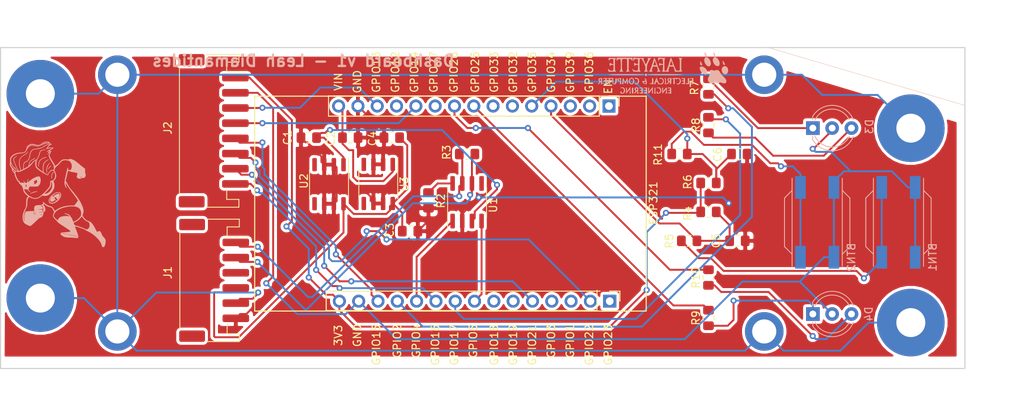
<source format=kicad_pcb>
(kicad_pcb (version 20171130) (host pcbnew "(5.1.4)-1")
  (layers (0 F.Cu signal) (31 B.Cu signal) (34 B.Paste user hide) (35 F.Paste user hide) (36 B.SilkS user) (37 F.SilkS user) (38 B.Mask user hide) (39 F.Mask user hide) (44 Edge.Cuts user))
  (net 0 "")
  (net 1 "Net-(D3-Pad1)")
  (net 2 /ESP_GND)
  (net 3 "Net-(D3-Pad3)")
  (net 4 "Net-(D4-Pad3)")
  (net 5 "Net-(D4-Pad1)")
  (net 6 /ESP_3V3)
  (net 7 /CS)
  (net 8 /~R1)
  (net 9 /BUSY)
  (net 10 /~G1)
  (net 11 /~R2)
  (net 12 /~G2)
  (net 13 /RST)
  (net 14 "Net-(ESP321-Pad27)")
  (net 15 "Net-(ESP321-Pad28)")
  (net 16 /DC)
  (net 17 "Net-(ESP321-Pad30)")
  (net 18 /DIN)
  (net 19 "Net-(ESP321-Pad12)")
  (net 20 /CLK)
  (net 21 "Net-(ESP321-Pad10)")
  (net 22 "Net-(ESP321-Pad7)")
  (net 23 "Net-(ESP321-Pad6)")
  (net 24 /BUTTON2)
  (net 25 /BUTTON1)
  (net 26 "Net-(ESP321-Pad3)")
  (net 27 "Net-(ESP321-Pad2)")
  (net 28 "Net-(ESP321-Pad1)")
  (net 29 /CANTX)
  (net 30 /GLV_RTN)
  (net 31 /GLV_5V)
  (net 32 /CANRX)
  (net 33 "Net-(U1-Pad5)")
  (net 34 /CAN_L)
  (net 35 /CAN_H)
  (net 36 /GLV_24V)
  (net 37 /ESP_BUTTON1)
  (net 38 /ESP_BUTTON2)
  (net 39 "Net-(R2-Pad2)")
  (net 40 "Net-(ESP321-Pad24)")
  (net 41 "Net-(ESP321-Pad25)")
  (net 42 /GLV_9V)
  (net 43 /CAN_SHIELD)
  (net 44 /CH_GND)
  (net 45 "Net-(U2-Pad5)")
  (net 46 "Net-(U2-Pad4)")
  (net 47 "Net-(U3-Pad4)")
  (net 48 "Net-(U3-Pad5)")
  (module Lafayette_Electric_Car_Footprints:2.9inEpaper (layer F.Cu) (at 81.25 68.55)
    (fp_text reference U4 hide)
    (fp_text value 2.9epaper)
    (pad 1 thru_hole circle (at 2.286 2.286) (size 5.08 5.08) (drill 3.175) (layers *.Cu *.Mask) (net 44 /CH_GND))
    (pad 1 thru_hole circle (at 87.376 2.286) (size 5.08 5.08) (drill 3.175) (layers *.Cu *.Mask) (net 44 /CH_GND))
    (pad 1 thru_hole circle (at 87.376 36.0934) (size 5.08 5.08) (drill 3.175) (layers *.Cu *.Mask) (net 44 /CH_GND))
    (pad 1 thru_hole circle (at 2.286 36.0934) (size 5.08 5.08) (drill 3.175) (layers *.Cu *.Mask) (net 44 /CH_GND))
  )
  (module Connector_JST:JST_PH_S8B-PH-SM4-TB_1x08-1MP_P2.00mm_Horizontal (layer F.Cu) (at 96.21 78.216 270)
    (fp_text reference J2 (at -0.365 6.04 90) (layer F.SilkS))
    (fp_text value Display)
    (pad 1 smd roundrect (at -7 -2.85 270) (size 1 3.5) (layers F.Cu F.Paste F.Mask) (net 6 /ESP_3V3))
    (pad 2 smd roundrect (at -5 -2.85 270) (size 1 3.5) (layers F.Cu F.Paste F.Mask) (net 2 /ESP_GND))
    (pad 3 smd roundrect (at -3 -2.85 270) (size 1 3.5) (layers F.Cu F.Paste F.Mask) (net 18 /DIN))
    (pad 4 smd roundrect (at -1 -2.85 270) (size 1 3.5) (layers F.Cu F.Paste F.Mask) (net 20 /CLK))
    (pad 5 smd roundrect (at 1 -2.85 270) (size 1 3.5) (layers F.Cu F.Paste F.Mask) (net 7 /CS))
    (pad 6 smd roundrect (at 3 -2.85 270) (size 1 3.5) (layers F.Cu F.Paste F.Mask) (net 16 /DC))
    (pad 7 smd roundrect (at 5 -2.85 270) (size 1 3.5) (layers F.Cu F.Paste F.Mask) (net 13 /RST))
    (pad 8 smd roundrect (at 7 -2.85 270) (size 1 3.5) (layers F.Cu F.Paste F.Mask) (net 9 /BUSY))
    (pad MP smd roundrect (at -9.35 2.9 270) (size 1.5 3.4) (layers F.Cu F.Paste F.Mask) (roundrect_rratio 0.166667))
    (pad MP smd roundrect (at 9.35 2.9 270) (size 1.5 3.4) (layers F.Cu F.Paste F.Mask) (roundrect_rratio 0.166667))
  )
  (module Lafayette_Electric_Car_Footprints:ECE_Logo (layer B.Cu) (at 153 71 180)
    (fp_text reference G*** hide)
    (fp_text value LOGO hide)
  )
  (module Lafayette_Electric_Car_Footprints:dash (layer B.Cu) (at 75.692 86.487 180)
    (fp_text reference G*** hide)
    (fp_text value LOGO hide)
  )
  (module Lafayette_Electric_Car_Footprints:Paw (layer B.Cu) (at 162 70 180)
    (fp_text reference G*** hide)
    (fp_text value LOGO hide)
  )
  (module ESP32_Shield:ESP32_Devkit_DOIT_V1 (layer F.Cu) (at 101.6 73.66 270)
    (fp_text reference ESP321 (at 14.097 -52.451 90) (layer F.SilkS))
    (fp_text value ESP32_Devkit_DOIT_V1)
    (fp_text user GPIO23 (at 32.75 -46.5 90) (layer F.SilkS))
    (fp_text user GPIO22 (at 32.75 -44 90) (layer F.SilkS))
    (fp_text user GPIO1 (at 32.25 -41.5 90) (layer F.SilkS))
    (fp_text user GPIO3 (at 32.25 -39 90) (layer F.SilkS))
    (fp_text user GPIO21 (at 32.75 -36.5 90) (layer F.SilkS))
    (fp_text user GPIO19 (at 32.75 -34 90) (layer F.SilkS))
    (fp_text user GPIO18 (at 32.75 -31.5 90) (layer F.SilkS))
    (fp_text user GPIO5 (at 32.25 -28.75 90) (layer F.SilkS))
    (fp_text user GPIO17 (at 32.75 -26.25 90) (layer F.SilkS))
    (fp_text user GPIO16 (at 32.75 -23.75 90) (layer F.SilkS))
    (fp_text user GPIO4 (at 32.25 -21.25 90) (layer F.SilkS))
    (fp_text user GPIO2 (at 32.25 -18.75 90) (layer F.SilkS))
    (fp_text user GPIO15 (at 32.75 -16 90) (layer F.SilkS))
    (fp_text user 3V3 (at 31.5 -11 90) (layer F.SilkS))
    (fp_text user VIN (at -1.905 -11 90) (layer F.SilkS))
    (fp_text user GND (at 31.5 -13.5 90) (layer F.SilkS))
    (fp_text user GND (at -1.905 -13.5 90) (layer F.SilkS))
    (fp_text user GPIO13 (at -3.175 -16 90) (layer F.SilkS))
    (fp_text user GPIO12 (at -3.175 -18.5 90) (layer F.SilkS))
    (fp_text user GPIO14 (at -3.175 -21 90) (layer F.SilkS))
    (fp_text user GPIO27 (at -3.175 -23.55 90) (layer F.SilkS))
    (fp_text user GPIO26 (at -3.175 -26.2 90) (layer F.SilkS))
    (fp_text user GPIO25 (at -3.175 -29 90) (layer F.SilkS))
    (fp_text user GPIO33 (at -3.175 -31.5 90) (layer F.SilkS))
    (fp_text user GPIO32 (at -3.175 -34 90) (layer F.SilkS))
    (fp_text user GPIO35 (at -3.175 -36.5 90) (layer F.SilkS))
    (fp_text user GPIO34 (at -3.175 -39 90) (layer F.SilkS))
    (fp_text user GPIO39 (at -3.175 -41.5 90) (layer F.SilkS))
    (fp_text user GPIO36 (at -3.175 -44 90) (layer F.SilkS))
    (fp_text user EN (at -1.27 -46.5 90) (layer F.SilkS))
    (pad 16 thru_hole oval (at 27 -11.14 270) (size 1.7 1.7) (drill 1) (layers *.Cu *.Mask) (net 6 /ESP_3V3))
    (pad 17 thru_hole oval (at 27 -13.68 270) (size 1.7 1.7) (drill 1) (layers *.Cu *.Mask) (net 2 /ESP_GND))
    (pad 18 thru_hole oval (at 27 -16.22 270) (size 1.7 1.7) (drill 1) (layers *.Cu *.Mask) (net 7 /CS))
    (pad 19 thru_hole oval (at 27 -18.76 270) (size 1.7 1.7) (drill 1) (layers *.Cu *.Mask) (net 8 /~R1))
    (pad 20 thru_hole oval (at 27 -21.3 270) (size 1.7 1.7) (drill 1) (layers *.Cu *.Mask) (net 29 /CANTX))
    (pad 21 thru_hole oval (at 27 -23.84 270) (size 1.7 1.7) (drill 1) (layers *.Cu *.Mask) (net 9 /BUSY))
    (pad 22 thru_hole oval (at 27 -26.38 270) (size 1.7 1.7) (drill 1) (layers *.Cu *.Mask) (net 10 /~G1))
    (pad 23 thru_hole oval (at 27 -28.92 270) (size 1.7 1.7) (drill 1) (layers *.Cu *.Mask) (net 32 /CANRX))
    (pad 24 thru_hole oval (at 27 -31.46 270) (size 1.7 1.7) (drill 1) (layers *.Cu *.Mask) (net 40 "Net-(ESP321-Pad24)"))
    (pad 25 thru_hole oval (at 27 -34 270) (size 1.7 1.7) (drill 1) (layers *.Cu *.Mask) (net 41 "Net-(ESP321-Pad25)"))
    (pad 26 thru_hole oval (at 27 -36.54 270) (size 1.7 1.7) (drill 1) (layers *.Cu *.Mask) (net 13 /RST))
    (pad 27 thru_hole oval (at 27 -39.08 270) (size 1.7 1.7) (drill 1) (layers *.Cu *.Mask) (net 14 "Net-(ESP321-Pad27)"))
    (pad 28 thru_hole oval (at 27 -41.62 270) (size 1.7 1.7) (drill 1) (layers *.Cu *.Mask) (net 15 "Net-(ESP321-Pad28)"))
    (pad 29 thru_hole oval (at 27 -44.16 270) (size 1.7 1.7) (drill 1) (layers *.Cu *.Mask) (net 16 /DC))
    (pad 30 thru_hole rect (at 27 -46.7 270) (size 1.7 1.7) (drill 1) (layers *.Cu *.Mask) (net 17 "Net-(ESP321-Pad30)"))
    (pad 30 thru_hole rect (at 27 -46.7 270) (size 1.7 1.7) (drill 1) (layers *.Cu *.Mask) (net 17 "Net-(ESP321-Pad30)"))
    (pad 29 thru_hole oval (at 27 -44.16 270) (size 1.7 1.7) (drill 1) (layers *.Cu *.Mask) (net 16 /DC))
    (pad 28 thru_hole oval (at 27 -41.62 270) (size 1.7 1.7) (drill 1) (layers *.Cu *.Mask) (net 15 "Net-(ESP321-Pad28)"))
    (pad 27 thru_hole oval (at 27 -39.08 270) (size 1.7 1.7) (drill 1) (layers *.Cu *.Mask) (net 14 "Net-(ESP321-Pad27)"))
    (pad 26 thru_hole oval (at 27 -36.54 270) (size 1.7 1.7) (drill 1) (layers *.Cu *.Mask) (net 13 /RST))
    (pad 25 thru_hole oval (at 27 -34 270) (size 1.7 1.7) (drill 1) (layers *.Cu *.Mask) (net 41 "Net-(ESP321-Pad25)"))
    (pad 24 thru_hole oval (at 27 -31.46 270) (size 1.7 1.7) (drill 1) (layers *.Cu *.Mask) (net 40 "Net-(ESP321-Pad24)"))
    (pad 23 thru_hole oval (at 27 -28.92 270) (size 1.7 1.7) (drill 1) (layers *.Cu *.Mask) (net 32 /CANRX))
    (pad 22 thru_hole oval (at 27 -26.38 270) (size 1.7 1.7) (drill 1) (layers *.Cu *.Mask) (net 10 /~G1))
    (pad 21 thru_hole oval (at 27 -23.84 270) (size 1.7 1.7) (drill 1) (layers *.Cu *.Mask) (net 9 /BUSY))
    (pad 20 thru_hole oval (at 27 -21.3 270) (size 1.7 1.7) (drill 1) (layers *.Cu *.Mask) (net 29 /CANTX))
    (pad 19 thru_hole oval (at 27 -18.76 270) (size 1.7 1.7) (drill 1) (layers *.Cu *.Mask) (net 8 /~R1))
    (pad 18 thru_hole oval (at 27 -16.22 270) (size 1.7 1.7) (drill 1) (layers *.Cu *.Mask) (net 7 /CS))
    (pad 17 thru_hole oval (at 27 -13.68 270) (size 1.7 1.7) (drill 1) (layers *.Cu *.Mask) (net 2 /ESP_GND))
    (pad 16 thru_hole oval (at 27 -11.14 270) (size 1.7 1.7) (drill 1) (layers *.Cu *.Mask) (net 6 /ESP_3V3))
    (pad 15 thru_hole oval (at 1.3 -11.04 270) (size 1.7 1.7) (drill 1) (layers *.Cu *.Mask) (net 42 /GLV_9V))
    (pad 14 thru_hole oval (at 1.3 -13.58 270) (size 1.7 1.7) (drill 1) (layers *.Cu *.Mask) (net 30 /GLV_RTN))
    (pad 13 thru_hole oval (at 1.3 -16.12 270) (size 1.7 1.7) (drill 1) (layers *.Cu *.Mask) (net 18 /DIN))
    (pad 12 thru_hole oval (at 1.3 -18.66 270) (size 1.7 1.7) (drill 1) (layers *.Cu *.Mask) (net 19 "Net-(ESP321-Pad12)"))
    (pad 11 thru_hole oval (at 1.3 -21.2 270) (size 1.7 1.7) (drill 1) (layers *.Cu *.Mask) (net 20 /CLK))
    (pad 10 thru_hole oval (at 1.3 -23.74 270) (size 1.7 1.7) (drill 1) (layers *.Cu *.Mask) (net 21 "Net-(ESP321-Pad10)"))
    (pad 9 thru_hole oval (at 1.3 -26.28 270) (size 1.7 1.7) (drill 1) (layers *.Cu *.Mask) (net 12 /~G2))
    (pad 8 thru_hole oval (at 1.3 -28.82 270) (size 1.7 1.7) (drill 1) (layers *.Cu *.Mask) (net 11 /~R2))
    (pad 7 thru_hole oval (at 1.3 -31.36 270) (size 1.7 1.7) (drill 1) (layers *.Cu *.Mask) (net 22 "Net-(ESP321-Pad7)"))
    (pad 6 thru_hole oval (at 1.3 -33.9 270) (size 1.7 1.7) (drill 1) (layers *.Cu *.Mask) (net 23 "Net-(ESP321-Pad6)"))
    (pad 5 thru_hole oval (at 1.3 -36.44 270) (size 1.7 1.7) (drill 1) (layers *.Cu *.Mask) (net 38 /ESP_BUTTON2))
    (pad 4 thru_hole oval (at 1.3 -38.98 270) (size 1.7 1.7) (drill 1) (layers *.Cu *.Mask) (net 37 /ESP_BUTTON1))
    (pad 3 thru_hole oval (at 1.3 -41.52 270) (size 1.7 1.7) (drill 1) (layers *.Cu *.Mask) (net 26 "Net-(ESP321-Pad3)"))
    (pad 2 thru_hole oval (at 1.3 -44.06 270) (size 1.7 1.7) (drill 1) (layers *.Cu *.Mask) (net 27 "Net-(ESP321-Pad2)"))
    (pad 1 thru_hole rect (at 1.3 -46.6 270) (size 1.7 1.7) (drill 1) (layers *.Cu *.Mask) (net 28 "Net-(ESP321-Pad1)"))
    (pad 1 thru_hole rect (at 1.3 -46.6 270) (size 1.7 1.7) (drill 1) (layers *.Cu *.Mask) (net 28 "Net-(ESP321-Pad1)"))
    (pad 2 thru_hole oval (at 1.3 -44.06 270) (size 1.7 1.7) (drill 1) (layers *.Cu *.Mask) (net 27 "Net-(ESP321-Pad2)"))
    (pad 3 thru_hole oval (at 1.3 -41.52 270) (size 1.7 1.7) (drill 1) (layers *.Cu *.Mask) (net 26 "Net-(ESP321-Pad3)"))
    (pad 4 thru_hole oval (at 1.3 -38.98 270) (size 1.7 1.7) (drill 1) (layers *.Cu *.Mask) (net 37 /ESP_BUTTON1))
    (pad 5 thru_hole oval (at 1.3 -36.44 270) (size 1.7 1.7) (drill 1) (layers *.Cu *.Mask) (net 38 /ESP_BUTTON2))
    (pad 6 thru_hole oval (at 1.3 -33.9 270) (size 1.7 1.7) (drill 1) (layers *.Cu *.Mask) (net 23 "Net-(ESP321-Pad6)"))
    (pad 7 thru_hole oval (at 1.3 -31.36 270) (size 1.7 1.7) (drill 1) (layers *.Cu *.Mask) (net 22 "Net-(ESP321-Pad7)"))
    (pad 8 thru_hole oval (at 1.3 -28.82 270) (size 1.7 1.7) (drill 1) (layers *.Cu *.Mask) (net 11 /~R2))
    (pad 9 thru_hole oval (at 1.3 -26.28 270) (size 1.7 1.7) (drill 1) (layers *.Cu *.Mask) (net 12 /~G2))
    (pad 10 thru_hole oval (at 1.3 -23.74 270) (size 1.7 1.7) (drill 1) (layers *.Cu *.Mask) (net 21 "Net-(ESP321-Pad10)"))
    (pad 11 thru_hole oval (at 1.3 -21.2 270) (size 1.7 1.7) (drill 1) (layers *.Cu *.Mask) (net 20 /CLK))
    (pad 12 thru_hole oval (at 1.3 -18.66 270) (size 1.7 1.7) (drill 1) (layers *.Cu *.Mask) (net 19 "Net-(ESP321-Pad12)"))
    (pad 13 thru_hole oval (at 1.3 -16.12 270) (size 1.7 1.7) (drill 1) (layers *.Cu *.Mask) (net 18 /DIN))
    (pad 14 thru_hole oval (at 1.3 -13.58 270) (size 1.7 1.7) (drill 1) (layers *.Cu *.Mask) (net 30 /GLV_RTN))
    (pad 15 thru_hole oval (at 1.3 -11.04 270) (size 1.7 1.7) (drill 1) (layers *.Cu *.Mask) (net 42 /GLV_9V))
  )
  (module LED_THT:LED_D5.0mm-3 (layer B.Cu) (at 175.02 77.862)
    (fp_text reference D3 (at 7.44 -0.2 90) (layer B.SilkS) (effects (justify mirror)))
    (fp_text value LED_Dual_ACA)
    (pad 1 thru_hole rect (at 0 0) (size 1.8 1.8) (drill 0.9) (layers *.Cu *.Mask) (net 1 "Net-(D3-Pad1)"))
    (pad 2 thru_hole circle (at 2.54 0) (size 1.8 1.8) (drill 0.9) (layers *.Cu *.Mask) (net 2 /ESP_GND))
    (pad 3 thru_hole circle (at 5.08 0) (size 1.8 1.8) (drill 0.9) (layers *.Cu *.Mask) (net 3 "Net-(D3-Pad3)"))
  )
  (module LED_THT:LED_D5.0mm-3 (layer B.Cu) (at 175.02 102.35)
    (fp_text reference D4 (at 7.35 0 90) (layer B.SilkS) (effects (justify mirror)))
    (fp_text value LED_Dual_ACA)
    (pad 3 thru_hole circle (at 5.08 0) (size 1.8 1.8) (drill 0.9) (layers *.Cu *.Mask) (net 4 "Net-(D4-Pad3)"))
    (pad 2 thru_hole circle (at 2.54 0) (size 1.8 1.8) (drill 0.9) (layers *.Cu *.Mask) (net 2 /ESP_GND))
    (pad 1 thru_hole rect (at 0 0) (size 1.8 1.8) (drill 0.9) (layers *.Cu *.Mask) (net 5 "Net-(D4-Pad1)"))
  )
  (module Package_SO:SOIC-8_3.9x4.9mm_P1.27mm (layer F.Cu) (at 129.54 87.63 90)
    (fp_text reference U1 (at -0.381 3.429 90) (layer F.SilkS))
    (fp_text value MCP2551-I-SN)
    (pad 1 smd roundrect (at -2.475 -1.905 90) (size 1.95 0.6) (layers F.Cu F.Paste F.Mask) (net 29 /CANTX))
    (pad 2 smd roundrect (at -2.475 -0.635 90) (size 1.95 0.6) (layers F.Cu F.Paste F.Mask) (net 30 /GLV_RTN))
    (pad 3 smd roundrect (at -2.475 0.635 90) (size 1.95 0.6) (layers F.Cu F.Paste F.Mask) (net 31 /GLV_5V))
    (pad 4 smd roundrect (at -2.475 1.905 90) (size 1.95 0.6) (layers F.Cu F.Paste F.Mask) (net 32 /CANRX))
    (pad 5 smd roundrect (at 2.475 1.905 90) (size 1.95 0.6) (layers F.Cu F.Paste F.Mask) (net 33 "Net-(U1-Pad5)"))
    (pad 6 smd roundrect (at 2.475 0.635 90) (size 1.95 0.6) (layers F.Cu F.Paste F.Mask) (net 34 /CAN_L))
    (pad 7 smd roundrect (at 2.475 -0.635 90) (size 1.95 0.6) (layers F.Cu F.Paste F.Mask) (net 35 /CAN_H))
    (pad 8 smd roundrect (at 2.475 -1.905 90) (size 1.95 0.6) (layers F.Cu F.Paste F.Mask) (net 39 "Net-(R2-Pad2)"))
  )
  (module Capacitor_SMD:C_0805_2012Metric_Pad1.15x1.40mm_HandSolder (layer F.Cu) (at 165.1 92.71)
    (fp_text reference C5 (at -2.8 -0.01 90) (layer F.SilkS))
    (fp_text value .1u)
    (pad 1 smd roundrect (at -1.025 0) (size 1.15 1.4) (layers F.Cu F.Paste F.Mask) (roundrect_rratio 0.217391) (net 37 /ESP_BUTTON1))
    (pad 2 smd roundrect (at 1.025 0) (size 1.15 1.4) (layers F.Cu F.Paste F.Mask) (roundrect_rratio 0.217391) (net 30 /GLV_RTN))
  )
  (module Capacitor_SMD:C_0805_2012Metric_Pad1.15x1.40mm_HandSolder (layer F.Cu) (at 165.345 81.28)
    (fp_text reference C6 (at -2.845 0.07 90) (layer F.SilkS))
    (fp_text value .1u)
    (pad 2 smd roundrect (at 1.025 0) (size 1.15 1.4) (layers F.Cu F.Paste F.Mask) (roundrect_rratio 0.217391) (net 30 /GLV_RTN))
    (pad 1 smd roundrect (at -1.025 0) (size 1.15 1.4) (layers F.Cu F.Paste F.Mask) (roundrect_rratio 0.217391) (net 38 /ESP_BUTTON2))
  )
  (module Resistor_SMD:R_0805_2012Metric_Pad1.15x1.40mm_HandSolder (layer F.Cu) (at 124.46 87.385 90)
    (fp_text reference R2 (at -0.065 1.64 90) (layer F.SilkS))
    (fp_text value 1K)
    (pad 2 smd roundrect (at 1.025 0 90) (size 1.15 1.4) (layers F.Cu F.Paste F.Mask) (roundrect_rratio 0.217391) (net 39 "Net-(R2-Pad2)"))
    (pad 1 smd roundrect (at -1.025 0 90) (size 1.15 1.4) (layers F.Cu F.Paste F.Mask) (roundrect_rratio 0.217391) (net 30 /GLV_RTN))
  )
  (module Resistor_SMD:R_0805_2012Metric_Pad1.15x1.40mm_HandSolder (layer F.Cu) (at 129.54 81.28)
    (fp_text reference R3 (at -2.69 -0.23 90) (layer F.SilkS))
    (fp_text value 120)
    (pad 1 smd roundrect (at -1.025 0) (size 1.15 1.4) (layers F.Cu F.Paste F.Mask) (roundrect_rratio 0.217391) (net 35 /CAN_H))
    (pad 2 smd roundrect (at 1.025 0) (size 1.15 1.4) (layers F.Cu F.Paste F.Mask) (roundrect_rratio 0.217391) (net 34 /CAN_L))
  )
  (module Resistor_SMD:R_0805_2012Metric_Pad1.15x1.40mm_HandSolder (layer F.Cu) (at 161.29 88.9 180)
    (fp_text reference R4 (at 2.74 -0.2 90) (layer F.SilkS))
    (fp_text value 100k)
    (pad 2 smd roundrect (at 1.025 0 180) (size 1.15 1.4) (layers F.Cu F.Paste F.Mask) (roundrect_rratio 0.217391) (net 6 /ESP_3V3))
    (pad 1 smd roundrect (at -1.025 0 180) (size 1.15 1.4) (layers F.Cu F.Paste F.Mask) (roundrect_rratio 0.217391) (net 37 /ESP_BUTTON1))
  )
  (module Resistor_SMD:R_0805_2012Metric_Pad1.15x1.40mm_HandSolder (layer F.Cu) (at 158.75 92.71 180)
    (fp_text reference R5 (at 2.6 -0.04 90) (layer F.SilkS))
    (fp_text value 1K)
    (pad 2 smd roundrect (at 1.025 0 180) (size 1.15 1.4) (layers F.Cu F.Paste F.Mask) (roundrect_rratio 0.217391) (net 25 /BUTTON1))
    (pad 1 smd roundrect (at -1.025 0 180) (size 1.15 1.4) (layers F.Cu F.Paste F.Mask) (roundrect_rratio 0.217391) (net 37 /ESP_BUTTON1))
  )
  (module Resistor_SMD:R_0805_2012Metric_Pad1.15x1.40mm_HandSolder (layer F.Cu) (at 161.29 85.09 180)
    (fp_text reference R6 (at 2.74 0.14 90) (layer F.SilkS))
    (fp_text value 100k)
    (pad 2 smd roundrect (at 1.025 0 180) (size 1.15 1.4) (layers F.Cu F.Paste F.Mask) (roundrect_rratio 0.217391) (net 6 /ESP_3V3))
    (pad 1 smd roundrect (at -1.025 0 180) (size 1.15 1.4) (layers F.Cu F.Paste F.Mask) (roundrect_rratio 0.217391) (net 38 /ESP_BUTTON2))
  )
  (module Resistor_SMD:R_0805_2012Metric_Pad1.15x1.40mm_HandSolder (layer F.Cu) (at 161.29 72.39 270)
    (fp_text reference R7 (at 0.16 1.84 90) (layer F.SilkS))
    (fp_text value 68)
    (pad 1 smd roundrect (at -1.025 0 270) (size 1.15 1.4) (layers F.Cu F.Paste F.Mask) (roundrect_rratio 0.217391) (net 1 "Net-(D3-Pad1)"))
    (pad 2 smd roundrect (at 1.025 0 270) (size 1.15 1.4) (layers F.Cu F.Paste F.Mask) (roundrect_rratio 0.217391) (net 8 /~R1))
  )
  (module Resistor_SMD:R_0805_2012Metric_Pad1.15x1.40mm_HandSolder (layer F.Cu) (at 161.29 77.47 90)
    (fp_text reference R8 (at 0 -1.65 90) (layer F.SilkS))
    (fp_text value 750)
    (pad 2 smd roundrect (at 1.025 0 90) (size 1.15 1.4) (layers F.Cu F.Paste F.Mask) (roundrect_rratio 0.217391) (net 10 /~G1))
    (pad 1 smd roundrect (at -1.025 0 90) (size 1.15 1.4) (layers F.Cu F.Paste F.Mask) (roundrect_rratio 0.217391) (net 3 "Net-(D3-Pad3)"))
  )
  (module Resistor_SMD:R_0805_2012Metric_Pad1.15x1.40mm_HandSolder (layer F.Cu) (at 161.29 102.87 90)
    (fp_text reference R9 (at 0 -1.65 90) (layer F.SilkS))
    (fp_text value 68)
    (pad 1 smd roundrect (at -1.025 0 90) (size 1.15 1.4) (layers F.Cu F.Paste F.Mask) (roundrect_rratio 0.217391) (net 5 "Net-(D4-Pad1)"))
    (pad 2 smd roundrect (at 1.025 0 90) (size 1.15 1.4) (layers F.Cu F.Paste F.Mask) (roundrect_rratio 0.217391) (net 11 /~R2))
  )
  (module Resistor_SMD:R_0805_2012Metric_Pad1.15x1.40mm_HandSolder (layer F.Cu) (at 161.29 97.545 90)
    (fp_text reference R10 (at 0 -1.65 90) (layer F.SilkS))
    (fp_text value 750)
    (pad 1 smd roundrect (at -1.025 0 90) (size 1.15 1.4) (layers F.Cu F.Paste F.Mask) (roundrect_rratio 0.217391) (net 4 "Net-(D4-Pad3)"))
    (pad 2 smd roundrect (at 1.025 0 90) (size 1.15 1.4) (layers F.Cu F.Paste F.Mask) (roundrect_rratio 0.217391) (net 12 /~G2))
  )
  (module Resistor_SMD:R_0805_2012Metric_Pad1.15x1.40mm_HandSolder (layer F.Cu) (at 157.48 81.28 180)
    (fp_text reference R11 (at 2.83 -0.07 90) (layer F.SilkS))
    (fp_text value 1K)
    (pad 1 smd roundrect (at -1.025 0 180) (size 1.15 1.4) (layers F.Cu F.Paste F.Mask) (roundrect_rratio 0.217391) (net 38 /ESP_BUTTON2))
    (pad 2 smd roundrect (at 1.025 0 180) (size 1.15 1.4) (layers F.Cu F.Paste F.Mask) (roundrect_rratio 0.217391) (net 24 /BUTTON2))
  )
  (module Capacitor_SMD:C_0805_2012Metric_Pad1.15x1.40mm_HandSolder (layer F.Cu) (at 108.712 79.121 180)
    (fp_text reference C1 (at 2.794 0 90) (layer F.SilkS))
    (fp_text value .1u)
    (pad 2 smd roundrect (at 1.025 0 180) (size 1.15 1.4) (layers F.Cu F.Paste F.Mask) (roundrect_rratio 0.217391) (net 30 /GLV_RTN))
    (pad 1 smd roundrect (at -1.025 0 180) (size 1.15 1.4) (layers F.Cu F.Paste F.Mask) (roundrect_rratio 0.217391) (net 31 /GLV_5V))
  )
  (module Capacitor_SMD:C_0805_2012Metric_Pad1.15x1.40mm_HandSolder (layer F.Cu) (at 114.173 79.121)
    (fp_text reference C2 (at -2.54 0.127 90) (layer F.SilkS))
    (fp_text value .1u)
    (pad 2 smd roundrect (at 1.025 0) (size 1.15 1.4) (layers F.Cu F.Paste F.Mask) (roundrect_rratio 0.217391) (net 30 /GLV_RTN))
    (pad 1 smd roundrect (at -1.025 0) (size 1.15 1.4) (layers F.Cu F.Paste F.Mask) (roundrect_rratio 0.217391) (net 42 /GLV_9V))
  )
  (module Capacitor_SMD:C_0805_2012Metric_Pad1.15x1.40mm_HandSolder (layer F.Cu) (at 122.038 91.44)
    (fp_text reference C3 (at -2.658 -0.127 90) (layer F.SilkS))
    (fp_text value .33u)
    (pad 1 smd roundrect (at -1.025 0) (size 1.15 1.4) (layers F.Cu F.Paste F.Mask) (roundrect_rratio 0.217391) (net 36 /GLV_24V))
    (pad 2 smd roundrect (at 1.025 0) (size 1.15 1.4) (layers F.Cu F.Paste F.Mask) (roundrect_rratio 0.217391) (net 30 /GLV_RTN))
  )
  (module Capacitor_SMD:C_0805_2012Metric_Pad1.15x1.40mm_HandSolder (layer F.Cu) (at 119.634 79.121 180)
    (fp_text reference C4 (at 2.54 -0.127 90) (layer F.SilkS))
    (fp_text value .33u)
    (pad 1 smd roundrect (at -1.025 0 180) (size 1.15 1.4) (layers F.Cu F.Paste F.Mask) (roundrect_rratio 0.217391) (net 36 /GLV_24V))
    (pad 2 smd roundrect (at 1.025 0 180) (size 1.15 1.4) (layers F.Cu F.Paste F.Mask) (roundrect_rratio 0.217391) (net 30 /GLV_RTN))
  )
  (module Connector_JST:JST_PH_S6B-PH-SM4-TB_1x06-1MP_P2.00mm_Horizontal (layer F.Cu) (at 96.266 97.917 270)
    (fp_text reference J1 (at -1.016 6.096 90) (layer F.SilkS))
    (fp_text value GLV/CAN)
    (pad 1 smd roundrect (at -5 -2.85 270) (size 1 3.5) (layers F.Cu F.Paste F.Mask) (net 35 /CAN_H))
    (pad 2 smd roundrect (at -3 -2.85 270) (size 1 3.5) (layers F.Cu F.Paste F.Mask) (net 34 /CAN_L))
    (pad 3 smd roundrect (at -1 -2.85 270) (size 1 3.5) (layers F.Cu F.Paste F.Mask) (net 43 /CAN_SHIELD))
    (pad 4 smd roundrect (at 1 -2.85 270) (size 1 3.5) (layers F.Cu F.Paste F.Mask) (net 36 /GLV_24V))
    (pad 5 smd roundrect (at 3 -2.85 270) (size 1 3.5) (layers F.Cu F.Paste F.Mask) (net 44 /CH_GND))
    (pad 6 smd roundrect (at 5 -2.85 270) (size 1 3.5) (layers F.Cu F.Paste F.Mask) (net 30 /GLV_RTN))
    (pad MP smd roundrect (at -7.35 2.9 270) (size 1.5 3.4) (layers F.Cu F.Paste F.Mask) (roundrect_rratio 0.166667))
    (pad MP smd roundrect (at 7.35 2.9 270) (size 1.5 3.4) (layers F.Cu F.Paste F.Mask) (roundrect_rratio 0.166667))
  )
  (module Package_SO:SO-8_3.9x4.9mm_P1.27mm (layer F.Cu) (at 111.379 85.252 270)
    (fp_text reference U2 (at -0.416 3.302 90) (layer F.SilkS))
    (fp_text value L78L05CD13TR)
    (pad 8 smd roundrect (at 2.575 -1.905 270) (size 1.75 0.6) (layers F.Cu F.Paste F.Mask) (net 36 /GLV_24V))
    (pad 7 smd roundrect (at 2.575 -0.635 270) (size 1.75 0.6) (layers F.Cu F.Paste F.Mask) (net 30 /GLV_RTN))
    (pad 6 smd roundrect (at 2.575 0.635 270) (size 1.75 0.6) (layers F.Cu F.Paste F.Mask) (net 30 /GLV_RTN))
    (pad 5 smd roundrect (at 2.575 1.905 270) (size 1.75 0.6) (layers F.Cu F.Paste F.Mask) (net 45 "Net-(U2-Pad5)"))
    (pad 4 smd roundrect (at -2.575 1.905 270) (size 1.75 0.6) (layers F.Cu F.Paste F.Mask) (net 46 "Net-(U2-Pad4)"))
    (pad 3 smd roundrect (at -2.575 0.635 270) (size 1.75 0.6) (layers F.Cu F.Paste F.Mask) (net 30 /GLV_RTN))
    (pad 2 smd roundrect (at -2.575 -0.635 270) (size 1.75 0.6) (layers F.Cu F.Paste F.Mask) (net 30 /GLV_RTN))
    (pad 1 smd roundrect (at -2.575 -1.905 270) (size 1.75 0.6) (layers F.Cu F.Paste F.Mask) (net 31 /GLV_5V))
  )
  (module Package_SO:SO-8_3.9x4.9mm_P1.27mm (layer F.Cu) (at 117.856 85.217 270)
    (fp_text reference U3 (at 0 -3.4 90) (layer F.SilkS))
    (fp_text value L78L09CD13TR)
    (pad 1 smd roundrect (at -2.575 -1.905 270) (size 1.75 0.6) (layers F.Cu F.Paste F.Mask) (net 42 /GLV_9V))
    (pad 2 smd roundrect (at -2.575 -0.635 270) (size 1.75 0.6) (layers F.Cu F.Paste F.Mask) (net 30 /GLV_RTN))
    (pad 3 smd roundrect (at -2.575 0.635 270) (size 1.75 0.6) (layers F.Cu F.Paste F.Mask) (net 30 /GLV_RTN))
    (pad 4 smd roundrect (at -2.575 1.905 270) (size 1.75 0.6) (layers F.Cu F.Paste F.Mask) (net 47 "Net-(U3-Pad4)"))
    (pad 5 smd roundrect (at 2.575 1.905 270) (size 1.75 0.6) (layers F.Cu F.Paste F.Mask) (net 48 "Net-(U3-Pad5)"))
    (pad 6 smd roundrect (at 2.575 0.635 270) (size 1.75 0.6) (layers F.Cu F.Paste F.Mask) (net 30 /GLV_RTN))
    (pad 7 smd roundrect (at 2.575 -0.635 270) (size 1.75 0.6) (layers F.Cu F.Paste F.Mask) (net 30 /GLV_RTN))
    (pad 8 smd roundrect (at 2.575 -1.905 270) (size 1.75 0.6) (layers F.Cu F.Paste F.Mask) (net 36 /GLV_24V))
  )
  (module MountingHole:MountingHole_5mm (layer F.Cu) (at 73.406 73.3298)
    (fp_text reference H1 hide)
    (fp_text value MountingHole_Pad)
    (pad 1 thru_hole circle (at 0 0) (size 8.89 8.89) (drill 3.81) (layers *.Cu *.Mask) (net 44 /CH_GND))
  )
  (module MountingHole:MountingHole_5mm (layer F.Cu) (at 73.406 100.2538)
    (fp_text reference H2 hide)
    (fp_text value MountingHole_Pad)
    (pad 1 thru_hole circle (at 0 0) (size 8.89 8.89) (drill 3.81) (layers *.Cu *.Mask) (net 44 /CH_GND))
  )
  (module MountingHole:MountingHole_5mm (layer F.Cu) (at 187.9092 77.8764)
    (fp_text reference H3 hide)
    (fp_text value MountingHole_Pad)
    (pad 1 thru_hole circle (at 0 0) (size 8.89 8.89) (drill 3.81) (layers *.Cu *.Mask) (net 44 /CH_GND))
  )
  (module MountingHole:MountingHole_5mm (layer F.Cu) (at 187.9092 103.4796)
    (fp_text reference H4 hide)
    (fp_text value MountingHole_Pad)
    (pad 1 thru_hole circle (at 0 0) (size 8.89 8.89) (drill 3.81) (layers *.Cu *.Mask) (net 44 /CH_GND))
  )
  (module Lafayette_Electric_Car_Footprints:PushButton (layer B.Cu) (at 186.2836 90.2716 90)
    (fp_text reference BTN1 (at -4.6 4.5 -90) (layer B.SilkS) (effects (justify mirror)))
    (fp_text value PushButton)
    (pad 1 smd rect (at -4.6 2.2 90) (size 3 1.4) (layers B.Cu B.Paste B.Mask) (net 2 /ESP_GND))
    (pad 2 smd rect (at -4.6 -2.2 90) (size 3 1.4) (layers B.Cu B.Paste B.Mask) (net 25 /BUTTON1))
    (pad 2 smd rect (at 4.6 -2.2 90) (size 3 1.4) (layers B.Cu B.Paste B.Mask) (net 25 /BUTTON1))
    (pad 1 smd rect (at 4.6 2.2 90) (size 3 1.4) (layers B.Cu B.Paste B.Mask) (net 2 /ESP_GND))
  )
  (module Lafayette_Electric_Car_Footprints:PushButton (layer B.Cu) (at 175.5902 90.2716 90)
    (fp_text reference BTN2 (at -4.6 4.5 -90) (layer B.SilkS) (effects (justify mirror)))
    (fp_text value PushButton)
    (pad 1 smd rect (at 4.6 2.2 90) (size 3 1.4) (layers B.Cu B.Paste B.Mask) (net 2 /ESP_GND))
    (pad 2 smd rect (at 4.6 -2.2 90) (size 3 1.4) (layers B.Cu B.Paste B.Mask) (net 24 /BUTTON2))
    (pad 2 smd rect (at -4.6 -2.2 90) (size 3 1.4) (layers B.Cu B.Paste B.Mask) (net 24 /BUTTON2))
    (pad 1 smd rect (at -4.6 2.2 90) (size 3 1.4) (layers B.Cu B.Paste B.Mask) (net 2 /ESP_GND))
  )
  (gr_line (start 169.164 67.2592) (end 195.0212 74.8792) (layer B.SilkS) (width 0.05))
  (gr_line (start 195.0212 74.8792) (end 195.0212 67.2592) (layer Edge.Cuts) (width 0.15))
  (gr_line (start 169.164 67.2592) (end 195.0212 67.2592) (layer Edge.Cuts) (width 0.15))
  (gr_text "Dashboard v1 - Leah Diamantides" (at 108 69) (layer B.SilkS) (effects (font (size 1.5 1.5) (thickness 0.3)) (justify mirror)))
  (gr_line (start 195.0212 109.5248) (end 195.0212 74.8792) (layer Edge.Cuts) (width 0.15))
  (gr_line (start 68.1736 67.2592) (end 169.164 67.2592) (layer Edge.Cuts) (width 0.15))
  (gr_line (start 68.1736 109.5248) (end 68.1736 67.2592) (layer Edge.Cuts) (width 0.15))
  (gr_line (start 195.0212 109.5248) (end 68.1736 109.5248) (layer Edge.Cuts) (width 0.15))
  (segment (start 167.787 77.862) (end 175.02 77.862) (width 0.25) (layer F.Cu) (net 1))
  (segment (start 161.29 71.365) (end 167.787 77.862) (width 0.25) (layer F.Cu) (net 1))
  (segment (start 99.06 73.216) (end 101.988882 73.216) (width 0.25) (layer F.Cu) (net 2))
  (segment (start 101.988882 73.216) (end 104.030001 75.257119) (width 0.25) (layer F.Cu) (net 2))
  (segment (start 113.58598 102.35402) (end 114.430001 101.509999) (width 0.25) (layer B.Cu) (net 2))
  (segment (start 114.430001 101.509999) (end 115.28 100.66) (width 0.25) (layer B.Cu) (net 2))
  (segment (start 158.171118 105.664) (end 120.284 105.664) (width 0.25) (layer B.Cu) (net 2))
  (segment (start 120.284 105.664) (end 115.28 100.66) (width 0.25) (layer B.Cu) (net 2))
  (segment (start 113.58598 102.35402) (end 107.18002 102.35402) (width 0.25) (layer B.Cu) (net 2))
  (via (at 103.124 98.298) (size 0.8) (drill 0.4) (layers F.Cu B.Cu) (net 2))
  (segment (start 107.18002 102.35402) (end 103.124 98.298) (width 0.25) (layer B.Cu) (net 2))
  (segment (start 104.030001 97.391999) (end 104.030001 75.257119) (width 0.25) (layer F.Cu) (net 2))
  (segment (start 103.124 98.298) (end 104.030001 97.391999) (width 0.25) (layer F.Cu) (net 2))
  (segment (start 176.960001 78.761999) (end 177.86 77.862) (width 0.25) (layer F.Cu) (net 2))
  (segment (start 175.841628 79.880372) (end 176.960001 78.761999) (width 0.25) (layer F.Cu) (net 2))
  (segment (start 175.841628 79.880372) (end 175.819628 79.880372) (width 0.25) (layer F.Cu) (net 2))
  (via (at 175 80.594) (size 0.8) (drill 0.4) (layers F.Cu B.Cu) (net 2))
  (segment (start 175.819628 79.880372) (end 175.106 80.594) (width 0.25) (layer F.Cu) (net 2))
  (segment (start 175.106 80.594) (end 175 80.594) (width 0.25) (layer F.Cu) (net 2))
  (segment (start 177.435999 80.993999) (end 179.990999 83.548999) (width 0.25) (layer B.Cu) (net 2))
  (segment (start 175.399999 80.993999) (end 177.435999 80.993999) (width 0.25) (layer B.Cu) (net 2))
  (segment (start 175 80.594) (end 175.399999 80.993999) (width 0.25) (layer B.Cu) (net 2))
  (segment (start 177.56 102.35) (end 173.2902 98.0802) (width 0.25) (layer B.Cu) (net 2))
  (segment (start 177.7902 84.8716) (end 177.7902 85.6716) (width 0.25) (layer B.Cu) (net 2))
  (segment (start 179.112801 83.548999) (end 177.7902 84.8716) (width 0.25) (layer B.Cu) (net 2))
  (segment (start 179.990999 83.548999) (end 179.112801 83.548999) (width 0.25) (layer B.Cu) (net 2))
  (segment (start 187.5336 85.6716) (end 188.4836 85.6716) (width 0.25) (layer B.Cu) (net 2))
  (segment (start 185.410999 83.548999) (end 187.5336 85.6716) (width 0.25) (layer B.Cu) (net 2))
  (segment (start 179.990999 83.548999) (end 185.410999 83.548999) (width 0.25) (layer B.Cu) (net 2))
  (segment (start 176.4988 94.8716) (end 177.7902 94.8716) (width 0.25) (layer B.Cu) (net 2))
  (segment (start 173.2902 98.0802) (end 176.4988 94.8716) (width 0.25) (layer B.Cu) (net 2))
  (segment (start 165.754918 98.0802) (end 173.2902 98.0802) (width 0.25) (layer B.Cu) (net 2))
  (segment (start 158.171118 105.664) (end 165.754918 98.0802) (width 0.25) (layer B.Cu) (net 2))
  (segment (start 177.7902 87.4216) (end 177.7902 94.8716) (width 0.25) (layer B.Cu) (net 2))
  (segment (start 177.7902 85.6716) (end 177.7902 87.4216) (width 0.25) (layer B.Cu) (net 2))
  (segment (start 188.4836 87.4216) (end 188.4836 94.8716) (width 0.25) (layer B.Cu) (net 2))
  (segment (start 188.4836 85.6716) (end 188.4836 87.4216) (width 0.25) (layer B.Cu) (net 2))
  (segment (start 161.29 78.495) (end 161.913372 79.118372) (width 0.25) (layer F.Cu) (net 3))
  (segment (start 161.913372 79.118372) (end 167.418372 79.118372) (width 0.25) (layer F.Cu) (net 3))
  (segment (start 167.418372 79.118372) (end 169.8 81.5) (width 0.25) (layer F.Cu) (net 3))
  (segment (start 176.462 81.5) (end 180.1 77.862) (width 0.25) (layer F.Cu) (net 3))
  (segment (start 169.8 81.5) (end 176.462 81.5) (width 0.25) (layer F.Cu) (net 3))
  (via (at 175 105.25) (size 0.8) (drill 0.4) (layers F.Cu B.Cu) (net 4))
  (segment (start 176.800001 105.649999) (end 176.975 105.475) (width 0.25) (layer B.Cu) (net 4))
  (segment (start 175.399999 105.649999) (end 176.800001 105.649999) (width 0.25) (layer B.Cu) (net 4))
  (segment (start 175 105.25) (end 175.399999 105.649999) (width 0.25) (layer B.Cu) (net 4))
  (segment (start 176.826 105.624) (end 176.975 105.475) (width 0.25) (layer B.Cu) (net 4))
  (segment (start 176.975 105.475) (end 180.1 102.35) (width 0.25) (layer B.Cu) (net 4))
  (segment (start 169.193372 99.443372) (end 175 105.25) (width 0.25) (layer F.Cu) (net 4))
  (segment (start 162.963372 99.443372) (end 169.193372 99.443372) (width 0.25) (layer F.Cu) (net 4))
  (segment (start 162.09 98.57) (end 162.963372 99.443372) (width 0.25) (layer F.Cu) (net 4))
  (segment (start 161.29 98.57) (end 162.09 98.57) (width 0.25) (layer F.Cu) (net 4))
  (segment (start 164.592 103.124) (end 163.821 103.895) (width 0.25) (layer F.Cu) (net 5))
  (segment (start 164.592 100.584) (end 164.592 103.124) (width 0.25) (layer F.Cu) (net 5))
  (segment (start 163.821 103.895) (end 161.29 103.895) (width 0.25) (layer F.Cu) (net 5))
  (via (at 164.592 100.584) (size 0.8) (drill 0.4) (layers F.Cu B.Cu) (net 5))
  (segment (start 174.286 103.084) (end 175.02 102.35) (width 0.25) (layer B.Cu) (net 5))
  (segment (start 175.02 101.2) (end 175.02 102.35) (width 0.25) (layer B.Cu) (net 5))
  (segment (start 174.404 100.584) (end 175.02 101.2) (width 0.25) (layer B.Cu) (net 5))
  (segment (start 164.592 100.584) (end 174.404 100.584) (width 0.25) (layer B.Cu) (net 5))
  (segment (start 114.890919 104.013) (end 148.336 104.013) (width 0.25) (layer F.Cu) (net 6))
  (segment (start 148.336 104.013) (end 153.162 99.187) (width 0.25) (layer F.Cu) (net 6))
  (segment (start 112.74 101.862081) (end 114.890919 104.013) (width 0.25) (layer F.Cu) (net 6))
  (segment (start 112.74 100.66) (end 112.74 101.862081) (width 0.25) (layer F.Cu) (net 6))
  (segment (start 153.162 99.441) (end 153.162 99.187) (width 0.25) (layer F.Cu) (net 6))
  (segment (start 155.702 89.027) (end 160.138 89.027) (width 0.25) (layer F.Cu) (net 6))
  (segment (start 160.138 89.027) (end 160.265 88.9) (width 0.25) (layer F.Cu) (net 6))
  (segment (start 153.162 91.567) (end 155.702 89.027) (width 0.25) (layer B.Cu) (net 6))
  (via (at 155.702 89.027) (size 0.8) (drill 0.4) (layers F.Cu B.Cu) (net 6))
  (segment (start 153.162 99.187) (end 153.162 91.567) (width 0.25) (layer B.Cu) (net 6))
  (via (at 153.162 99.187) (size 0.8) (drill 0.4) (layers F.Cu B.Cu) (net 6))
  (segment (start 160.265 85.09) (end 160.265 88.9) (width 0.25) (layer F.Cu) (net 6))
  (segment (start 110.986001 99.810001) (end 108.712 97.536) (width 0.25) (layer F.Cu) (net 6))
  (via (at 108.712 97.536) (size 0.8) (drill 0.4) (layers F.Cu B.Cu) (net 6))
  (segment (start 112.74 100.66) (end 111.890001 99.810001) (width 0.25) (layer F.Cu) (net 6))
  (segment (start 111.890001 99.810001) (end 110.986001 99.810001) (width 0.25) (layer F.Cu) (net 6))
  (segment (start 106.180277 91.215721) (end 105.780278 90.815722) (width 0.25) (layer B.Cu) (net 6))
  (segment (start 99.06 71.216) (end 100.91 71.216) (width 0.25) (layer F.Cu) (net 6))
  (segment (start 100.91 71.216) (end 106.497777 76.803777) (width 0.25) (layer F.Cu) (net 6))
  (segment (start 106.497777 90.098223) (end 106.180277 90.415723) (width 0.25) (layer F.Cu) (net 6))
  (segment (start 106.180277 90.415723) (end 105.780278 90.815722) (width 0.25) (layer F.Cu) (net 6))
  (segment (start 108.712 97.536) (end 108.712 93.747444) (width 0.25) (layer B.Cu) (net 6))
  (segment (start 106.497777 76.803777) (end 106.497777 90.098223) (width 0.25) (layer F.Cu) (net 6))
  (segment (start 108.712 93.747444) (end 106.180277 91.215721) (width 0.25) (layer B.Cu) (net 6))
  (via (at 105.780278 90.815722) (size 0.8) (drill 0.4) (layers F.Cu B.Cu) (net 6))
  (via (at 102.616 79.756) (size 0.8) (drill 0.4) (layers F.Cu B.Cu) (net 7))
  (segment (start 102.58529 79.78671) (end 102.616 79.756) (width 0.25) (layer F.Cu) (net 7))
  (segment (start 99.06 79.216) (end 99.63071 79.78671) (width 0.25) (layer F.Cu) (net 7))
  (segment (start 99.63071 79.78671) (end 102.58529 79.78671) (width 0.25) (layer F.Cu) (net 7))
  (via (at 112.281021 94.487991) (size 0.8) (drill 0.4) (layers F.Cu B.Cu) (net 7))
  (segment (start 116.970001 99.176971) (end 112.281021 94.487991) (width 0.25) (layer F.Cu) (net 7))
  (segment (start 116.970001 99.810001) (end 116.970001 99.176971) (width 0.25) (layer F.Cu) (net 7))
  (segment (start 117.82 100.66) (end 116.970001 99.810001) (width 0.25) (layer F.Cu) (net 7))
  (segment (start 112.281021 93.358021) (end 112.281021 93.922306) (width 0.25) (layer B.Cu) (net 7))
  (segment (start 102.616 82.983732) (end 102.883013 83.250745) (width 0.25) (layer B.Cu) (net 7))
  (segment (start 112.281021 93.922306) (end 112.281021 94.487991) (width 0.25) (layer B.Cu) (net 7))
  (segment (start 102.883013 83.250745) (end 102.883013 83.960013) (width 0.25) (layer B.Cu) (net 7))
  (segment (start 102.883013 83.960013) (end 112.281021 93.358021) (width 0.25) (layer B.Cu) (net 7))
  (segment (start 102.616 79.756) (end 102.616 82.983732) (width 0.25) (layer B.Cu) (net 7))
  (segment (start 163.892361 75.248639) (end 162.058722 73.415) (width 0.25) (layer F.Cu) (net 8))
  (segment (start 162.058722 73.415) (end 161.29 73.415) (width 0.25) (layer F.Cu) (net 8))
  (segment (start 164.529639 75.248639) (end 163.892361 75.248639) (width 0.25) (layer B.Cu) (net 8))
  (segment (start 167.005 77.724) (end 164.529639 75.248639) (width 0.25) (layer B.Cu) (net 8))
  (via (at 163.892361 75.248639) (size 0.8) (drill 0.4) (layers F.Cu B.Cu) (net 8))
  (segment (start 167.005 89.535) (end 167.005 77.724) (width 0.25) (layer B.Cu) (net 8))
  (segment (start 152.527 104.013) (end 167.005 89.535) (width 0.25) (layer B.Cu) (net 8))
  (segment (start 120.36 100.66) (end 123.713 104.013) (width 0.25) (layer B.Cu) (net 8))
  (segment (start 123.713 104.013) (end 152.527 104.013) (width 0.25) (layer B.Cu) (net 8))
  (segment (start 112.776 98.95) (end 123.73 98.95) (width 0.25) (layer B.Cu) (net 9))
  (segment (start 123.73 98.95) (end 125.44 100.66) (width 0.25) (layer B.Cu) (net 9))
  (segment (start 112.514626 98.688626) (end 112.776 98.95) (width 0.25) (layer F.Cu) (net 9))
  (segment (start 112.514626 98.675008) (end 112.514626 98.688626) (width 0.25) (layer F.Cu) (net 9))
  (via (at 112.776 98.95) (size 0.8) (drill 0.4) (layers F.Cu B.Cu) (net 9))
  (segment (start 109.68768 96.54016) (end 111.822528 98.675008) (width 0.25) (layer F.Cu) (net 9))
  (segment (start 111.822528 98.675008) (end 112.514626 98.675008) (width 0.25) (layer F.Cu) (net 9))
  (segment (start 109.68768 96.47968) (end 109.68768 96.54016) (width 0.25) (layer B.Cu) (net 9))
  (via (at 109.68768 96.54016) (size 0.8) (drill 0.4) (layers F.Cu B.Cu) (net 9))
  (segment (start 102.308469 86.451529) (end 101.90847 86.05153) (width 0.25) (layer B.Cu) (net 9))
  (segment (start 102.697377 86.451529) (end 102.308469 86.451529) (width 0.25) (layer B.Cu) (net 9))
  (segment (start 109.68768 93.441832) (end 102.697377 86.451529) (width 0.25) (layer B.Cu) (net 9))
  (segment (start 109.68768 96.54016) (end 109.68768 93.441832) (width 0.25) (layer B.Cu) (net 9))
  (segment (start 101.508471 85.651531) (end 101.90847 86.05153) (width 0.25) (layer F.Cu) (net 9))
  (segment (start 101.07294 85.216) (end 101.508471 85.651531) (width 0.25) (layer F.Cu) (net 9))
  (segment (start 99.06 85.216) (end 101.07294 85.216) (width 0.25) (layer F.Cu) (net 9))
  (via (at 101.90847 86.05153) (size 0.8) (drill 0.4) (layers F.Cu B.Cu) (net 9))
  (segment (start 163.576 76.708) (end 161.553 76.708) (width 0.25) (layer F.Cu) (net 10))
  (segment (start 161.553 76.708) (end 161.29 76.445) (width 0.25) (layer F.Cu) (net 10))
  (segment (start 165.457681 78.589681) (end 163.576 76.708) (width 0.25) (layer B.Cu) (net 10))
  (via (at 163.576 76.708) (size 0.8) (drill 0.4) (layers F.Cu B.Cu) (net 10))
  (segment (start 151.765 102.997) (end 165.457681 89.304319) (width 0.25) (layer B.Cu) (net 10))
  (segment (start 165.457681 89.304319) (end 165.457681 78.589681) (width 0.25) (layer B.Cu) (net 10))
  (segment (start 129.114919 102.997) (end 151.765 102.997) (width 0.25) (layer B.Cu) (net 10))
  (segment (start 127.98 100.66) (end 127.98 101.862081) (width 0.25) (layer B.Cu) (net 10))
  (segment (start 127.98 101.862081) (end 129.114919 102.997) (width 0.25) (layer B.Cu) (net 10))
  (segment (start 161.29 101.845) (end 160.666628 101.221628) (width 0.25) (layer F.Cu) (net 11))
  (segment (start 160.666628 101.221628) (end 156.681628 101.221628) (width 0.25) (layer F.Cu) (net 11))
  (segment (start 156.681628 101.221628) (end 131.269999 75.809999) (width 0.25) (layer F.Cu) (net 11))
  (segment (start 131.269999 75.809999) (end 130.42 74.96) (width 0.25) (layer F.Cu) (net 11))
  (segment (start 137.541 77.851) (end 156.21 96.52) (width 0.25) (layer F.Cu) (net 12))
  (segment (start 156.21 96.52) (end 161.29 96.52) (width 0.25) (layer F.Cu) (net 12))
  (via (at 137.541 77.851) (size 0.8) (drill 0.4) (layers F.Cu B.Cu) (net 12))
  (segment (start 130.683 77.851) (end 137.541 77.851) (width 0.25) (layer B.Cu) (net 12))
  (segment (start 129.568919 77.851) (end 130.683 77.851) (width 0.25) (layer F.Cu) (net 12))
  (via (at 130.683 77.851) (size 0.8) (drill 0.4) (layers F.Cu B.Cu) (net 12))
  (segment (start 127.88 74.96) (end 127.88 76.162081) (width 0.25) (layer F.Cu) (net 12))
  (segment (start 127.88 76.162081) (end 129.568919 77.851) (width 0.25) (layer F.Cu) (net 12))
  (segment (start 114.3 98.044) (end 135.524 98.044) (width 0.25) (layer B.Cu) (net 13))
  (segment (start 135.524 98.044) (end 138.14 100.66) (width 0.25) (layer B.Cu) (net 13))
  (segment (start 112.776 98.044) (end 114.3 98.044) (width 0.25) (layer F.Cu) (net 13))
  (via (at 114.3 98.044) (size 0.8) (drill 0.4) (layers F.Cu B.Cu) (net 13))
  (segment (start 110.744 96.012) (end 112.776 98.044) (width 0.25) (layer F.Cu) (net 13))
  (via (at 110.744 96.012) (size 0.8) (drill 0.4) (layers F.Cu B.Cu) (net 13))
  (segment (start 110.744 93.605768) (end 101.631487 84.493255) (width 0.25) (layer B.Cu) (net 13))
  (via (at 101.231488 84.002146) (size 0.8) (drill 0.4) (layers F.Cu B.Cu) (net 13))
  (segment (start 101.631487 84.493255) (end 101.631487 84.402145) (width 0.25) (layer B.Cu) (net 13))
  (segment (start 100.665803 84.002146) (end 101.231488 84.002146) (width 0.25) (layer F.Cu) (net 13))
  (segment (start 110.744 96.012) (end 110.744 93.605768) (width 0.25) (layer B.Cu) (net 13))
  (segment (start 99.846146 84.002146) (end 100.665803 84.002146) (width 0.25) (layer F.Cu) (net 13))
  (segment (start 99.06 83.216) (end 99.846146 84.002146) (width 0.25) (layer F.Cu) (net 13))
  (segment (start 101.631487 84.402145) (end 101.231488 84.002146) (width 0.25) (layer B.Cu) (net 13))
  (segment (start 118.942831 92.526831) (end 137.626831 92.526831) (width 0.25) (layer B.Cu) (net 16))
  (segment (start 137.626831 92.526831) (end 145.76 100.66) (width 0.25) (layer B.Cu) (net 16))
  (segment (start 117.856 91.44) (end 118.942831 92.526831) (width 0.25) (layer F.Cu) (net 16))
  (via (at 118.942831 92.526831) (size 0.8) (drill 0.4) (layers F.Cu B.Cu) (net 16))
  (segment (start 116.332 91.44) (end 117.856 91.44) (width 0.25) (layer F.Cu) (net 16))
  (via (at 116.332 91.44) (size 0.8) (drill 0.4) (layers F.Cu B.Cu) (net 16))
  (via (at 101.70999 82.398725) (size 0.8) (drill 0.4) (layers F.Cu B.Cu) (net 16))
  (segment (start 99.63071 81.78671) (end 101.097975 81.78671) (width 0.25) (layer F.Cu) (net 16))
  (segment (start 101.309991 81.998726) (end 101.70999 82.398725) (width 0.25) (layer F.Cu) (net 16))
  (segment (start 99.06 81.216) (end 99.63071 81.78671) (width 0.25) (layer F.Cu) (net 16))
  (segment (start 101.097975 81.78671) (end 101.309991 81.998726) (width 0.25) (layer F.Cu) (net 16))
  (segment (start 101.70999 82.970106) (end 101.70999 82.96441) (width 0.25) (layer B.Cu) (net 16))
  (segment (start 101.70999 82.96441) (end 101.70999 82.398725) (width 0.25) (layer B.Cu) (net 16))
  (segment (start 112.943684 95.394001) (end 111.780385 95.394001) (width 0.25) (layer B.Cu) (net 16))
  (segment (start 102.252002 84.221386) (end 102.252002 83.512118) (width 0.25) (layer B.Cu) (net 16))
  (segment (start 111.375011 94.988627) (end 111.37501 93.344394) (width 0.25) (layer B.Cu) (net 16))
  (segment (start 116.332 91.44) (end 116.332 92.005685) (width 0.25) (layer B.Cu) (net 16))
  (segment (start 111.780385 95.394001) (end 111.375011 94.988627) (width 0.25) (layer B.Cu) (net 16))
  (segment (start 102.252002 83.512118) (end 101.70999 82.970106) (width 0.25) (layer B.Cu) (net 16))
  (segment (start 116.332 92.005685) (end 112.943684 95.394001) (width 0.25) (layer B.Cu) (net 16))
  (segment (start 111.37501 93.344394) (end 102.252002 84.221386) (width 0.25) (layer B.Cu) (net 16))
  (segment (start 102.584 75.216) (end 102.616 75.184) (width 0.25) (layer F.Cu) (net 18))
  (segment (start 99.06 75.216) (end 102.584 75.216) (width 0.25) (layer F.Cu) (net 18))
  (via (at 102.616 75.184) (size 0.8) (drill 0.4) (layers F.Cu B.Cu) (net 18))
  (segment (start 115.277 72.517) (end 117.72 74.96) (width 0.25) (layer B.Cu) (net 18))
  (segment (start 110.236 72.517) (end 115.277 72.517) (width 0.25) (layer B.Cu) (net 18))
  (segment (start 102.616 75.184) (end 107.569 75.184) (width 0.25) (layer B.Cu) (net 18))
  (segment (start 107.569 75.184) (end 110.236 72.517) (width 0.25) (layer B.Cu) (net 18))
  (via (at 102.616 77.216) (size 0.8) (drill 0.4) (layers F.Cu B.Cu) (net 20))
  (segment (start 99.06 77.216) (end 102.616 77.216) (width 0.25) (layer F.Cu) (net 20))
  (segment (start 120.544 77.216) (end 122.8 74.96) (width 0.25) (layer B.Cu) (net 20))
  (segment (start 102.616 77.216) (end 120.544 77.216) (width 0.25) (layer B.Cu) (net 20))
  (segment (start 173.3902 83.9216) (end 172.3686 82.9) (width 0.25) (layer B.Cu) (net 24))
  (segment (start 173.3902 85.6716) (end 173.3902 83.9216) (width 0.25) (layer B.Cu) (net 24))
  (via (at 170.83 82.9) (size 0.8) (drill 0.4) (layers F.Cu B.Cu) (net 24))
  (segment (start 172.3686 82.9) (end 170.83 82.9) (width 0.25) (layer B.Cu) (net 24))
  (segment (start 156.455 79.948118) (end 156.455 81.28) (width 0.25) (layer F.Cu) (net 24))
  (segment (start 170.83 82.9) (end 170.430001 82.500001) (width 0.25) (layer F.Cu) (net 24))
  (segment (start 170.430001 82.500001) (end 169.434163 82.500001) (width 0.25) (layer F.Cu) (net 24))
  (segment (start 158.070119 78.332999) (end 156.455 79.948118) (width 0.25) (layer F.Cu) (net 24))
  (segment (start 169.434163 82.500001) (end 167.008152 80.07399) (width 0.25) (layer F.Cu) (net 24))
  (segment (start 167.008152 80.07399) (end 160.680872 80.07399) (width 0.25) (layer F.Cu) (net 24))
  (segment (start 160.680872 80.07399) (end 158.939881 78.332999) (width 0.25) (layer F.Cu) (net 24))
  (segment (start 158.939881 78.332999) (end 158.070119 78.332999) (width 0.25) (layer F.Cu) (net 24))
  (segment (start 173.3902 87.4216) (end 173.3902 94.8716) (width 0.25) (layer B.Cu) (net 24))
  (segment (start 173.3902 85.6716) (end 173.3902 87.4216) (width 0.25) (layer B.Cu) (net 24))
  (segment (start 157.725 92.71) (end 160.011 94.996) (width 0.25) (layer F.Cu) (net 25))
  (segment (start 160.011 94.996) (end 161.610162 94.996) (width 0.25) (layer F.Cu) (net 25))
  (segment (start 161.610162 94.996) (end 163.288162 96.674) (width 0.25) (layer F.Cu) (net 25))
  (segment (start 163.288162 96.674) (end 180.774 96.674) (width 0.25) (layer F.Cu) (net 25))
  (via (at 181.74 97.64) (size 0.8) (drill 0.4) (layers F.Cu B.Cu) (net 25))
  (segment (start 180.774 96.674) (end 181.74 97.64) (width 0.25) (layer F.Cu) (net 25))
  (segment (start 184.0836 95.2964) (end 184.0836 94.8716) (width 0.25) (layer B.Cu) (net 25))
  (segment (start 181.74 97.64) (end 184.0836 95.2964) (width 0.25) (layer B.Cu) (net 25))
  (segment (start 184.0836 85.6716) (end 184.0836 94.8716) (width 0.25) (layer B.Cu) (net 25))
  (segment (start 127.635 90.105) (end 122.9 94.84) (width 0.25) (layer F.Cu) (net 29))
  (segment (start 122.9 94.84) (end 122.9 100.66) (width 0.25) (layer F.Cu) (net 29))
  (segment (start 128.285 88.41) (end 128.905 89.03) (width 0.25) (layer F.Cu) (net 30))
  (segment (start 124.46 88.41) (end 128.285 88.41) (width 0.25) (layer F.Cu) (net 30))
  (segment (start 117.944 77.724) (end 115.18 74.96) (width 0.25) (layer F.Cu) (net 30))
  (segment (start 122.936 77.724) (end 117.944 77.724) (width 0.25) (layer F.Cu) (net 30))
  (segment (start 122.936 87.686) (end 122.936 77.724) (width 0.25) (layer F.Cu) (net 30))
  (segment (start 124.46 88.41) (end 123.66 88.41) (width 0.25) (layer F.Cu) (net 30))
  (segment (start 123.66 88.41) (end 122.936 87.686) (width 0.25) (layer F.Cu) (net 30))
  (via (at 163.957 87.757) (size 0.8) (drill 0.4) (layers F.Cu B.Cu) (net 30))
  (segment (start 166.37 85.344) (end 166.37 81.28) (width 0.25) (layer F.Cu) (net 30))
  (segment (start 163.957 87.757) (end 166.37 85.344) (width 0.25) (layer F.Cu) (net 30))
  (segment (start 166.125 89.925) (end 166.125 92.71) (width 0.25) (layer F.Cu) (net 30))
  (segment (start 163.957 87.757) (end 166.125 89.925) (width 0.25) (layer F.Cu) (net 30))
  (segment (start 124.46 90.043) (end 124.46 88.41) (width 0.25) (layer F.Cu) (net 30))
  (segment (start 123.063 91.44) (end 124.46 90.043) (width 0.25) (layer F.Cu) (net 30))
  (segment (start 118.491 87.792) (end 117.221 87.792) (width 0.25) (layer F.Cu) (net 30))
  (segment (start 117.221 82.642) (end 118.491 82.642) (width 0.25) (layer F.Cu) (net 30))
  (segment (start 118.609 82.524) (end 118.491 82.642) (width 0.25) (layer F.Cu) (net 30))
  (segment (start 117.934 79.121) (end 115.198 79.121) (width 0.25) (layer F.Cu) (net 30))
  (segment (start 118.609 79.121) (end 117.934 79.121) (width 0.25) (layer F.Cu) (net 30))
  (segment (start 118.012 77.724) (end 117.944 77.724) (width 0.25) (layer F.Cu) (net 30))
  (segment (start 118.609 78.321) (end 118.012 77.724) (width 0.25) (layer F.Cu) (net 30))
  (segment (start 118.609 79.121) (end 118.609 78.321) (width 0.25) (layer F.Cu) (net 30))
  (segment (start 110.744 82.677) (end 111.144 82.677) (width 0.25) (layer F.Cu) (net 30))
  (segment (start 111.144 82.677) (end 112.014 82.677) (width 0.25) (layer F.Cu) (net 30))
  (segment (start 110.744 87.827) (end 112.014 87.827) (width 0.25) (layer F.Cu) (net 30))
  (segment (start 110.37329 82.30629) (end 110.744 82.677) (width 0.25) (layer F.Cu) (net 30))
  (segment (start 110.37329 81.601452) (end 110.37329 82.30629) (width 0.25) (layer F.Cu) (net 30))
  (segment (start 108.51621 79.744372) (end 110.37329 81.601452) (width 0.25) (layer F.Cu) (net 30))
  (segment (start 108.310372 79.744372) (end 108.51621 79.744372) (width 0.25) (layer F.Cu) (net 30))
  (segment (start 107.687 79.121) (end 108.310372 79.744372) (width 0.25) (layer F.Cu) (net 30))
  (segment (start 112.38471 83.04771) (end 112.014 82.677) (width 0.25) (layer F.Cu) (net 30))
  (segment (start 112.014 87.827) (end 112.38471 87.45629) (width 0.25) (layer F.Cu) (net 30))
  (segment (start 112.39101 85.46701) (end 112.38471 85.46071) (width 0.25) (layer F.Cu) (net 30))
  (segment (start 115.42875 85.46701) (end 112.39101 85.46701) (width 0.25) (layer F.Cu) (net 30))
  (segment (start 116.85029 86.88855) (end 115.42875 85.46701) (width 0.25) (layer F.Cu) (net 30))
  (segment (start 116.85029 87.42129) (end 116.85029 86.88855) (width 0.25) (layer F.Cu) (net 30))
  (segment (start 117.221 87.792) (end 116.85029 87.42129) (width 0.25) (layer F.Cu) (net 30))
  (segment (start 112.38471 87.45629) (end 112.38471 85.46071) (width 0.25) (layer F.Cu) (net 30))
  (segment (start 112.38471 85.46071) (end 112.38471 83.04771) (width 0.25) (layer F.Cu) (net 30))
  (segment (start 118.609 80.382) (end 118.609 82.524) (width 0.25) (layer F.Cu) (net 30))
  (segment (start 118.609 79.121) (end 118.609 80.382) (width 0.25) (layer F.Cu) (net 30))
  (segment (start 120.26 80.382) (end 118.609 80.382) (width 0.25) (layer F.Cu) (net 30))
  (segment (start 121.031 81.153) (end 120.26 80.382) (width 0.25) (layer F.Cu) (net 30))
  (segment (start 121.031 84.277) (end 121.031 81.153) (width 0.25) (layer F.Cu) (net 30))
  (segment (start 118.491 87.792) (end 118.491 86.817) (width 0.25) (layer F.Cu) (net 30))
  (segment (start 118.491 86.817) (end 121.031 84.277) (width 0.25) (layer F.Cu) (net 30))
  (segment (start 110.744 88.802) (end 110.744 87.827) (width 0.25) (layer F.Cu) (net 30))
  (segment (start 110.744 92.108162) (end 110.744 88.802) (width 0.25) (layer F.Cu) (net 30))
  (segment (start 100.505872 102.34629) (end 110.744 92.108162) (width 0.25) (layer F.Cu) (net 30))
  (segment (start 99.68671 102.34629) (end 100.505872 102.34629) (width 0.25) (layer F.Cu) (net 30))
  (segment (start 99.116 102.917) (end 99.68671 102.34629) (width 0.25) (layer F.Cu) (net 30))
  (segment (start 129.029 89.03) (end 130.664001 87.394999) (width 0.25) (layer F.Cu) (net 30))
  (via (at 131.064 86.995) (size 0.8) (drill 0.4) (layers F.Cu B.Cu) (net 30))
  (segment (start 128.905 90.105) (end 128.905 89.03) (width 0.25) (layer F.Cu) (net 30))
  (segment (start 130.664001 87.394999) (end 131.064 86.995) (width 0.25) (layer F.Cu) (net 30))
  (segment (start 163.957 87.757) (end 163.195 86.995) (width 0.25) (layer B.Cu) (net 30))
  (segment (start 128.905 89.03) (end 129.029 89.03) (width 0.25) (layer F.Cu) (net 30))
  (segment (start 163.195 86.995) (end 131.629685 86.995) (width 0.25) (layer B.Cu) (net 30))
  (segment (start 131.629685 86.995) (end 131.064 86.995) (width 0.25) (layer B.Cu) (net 30))
  (segment (start 113.284 81.702) (end 113.284 82.677) (width 0.25) (layer F.Cu) (net 31))
  (segment (start 110.703 79.121) (end 113.284 81.702) (width 0.25) (layer F.Cu) (net 31))
  (segment (start 109.737 79.121) (end 110.703 79.121) (width 0.25) (layer F.Cu) (net 31))
  (segment (start 110.360372 78.497628) (end 110.859372 78.497628) (width 0.25) (layer F.Cu) (net 31))
  (segment (start 109.737 79.121) (end 110.360372 78.497628) (width 0.25) (layer F.Cu) (net 31))
  (via (at 111.506 78.122) (size 0.8) (drill 0.4) (layers F.Cu B.Cu) (net 31))
  (segment (start 110.859372 78.497628) (end 111.235 78.122) (width 0.25) (layer F.Cu) (net 31))
  (segment (start 111.235 78.122) (end 111.506 78.122) (width 0.25) (layer F.Cu) (net 31))
  (segment (start 111.506 78.122) (end 126.255 78.122) (width 0.25) (layer B.Cu) (net 31))
  (via (at 133.477 85.344) (size 0.8) (drill 0.4) (layers F.Cu B.Cu) (net 31))
  (segment (start 126.255 78.122) (end 133.477 85.344) (width 0.25) (layer B.Cu) (net 31))
  (segment (start 133.477 85.909685) (end 133.477 85.344) (width 0.25) (layer F.Cu) (net 31))
  (segment (start 133.477 85.922882) (end 133.477 85.909685) (width 0.25) (layer F.Cu) (net 31))
  (segment (start 130.54571 88.854172) (end 133.477 85.922882) (width 0.25) (layer F.Cu) (net 31))
  (segment (start 130.54571 89.73429) (end 130.54571 88.854172) (width 0.25) (layer F.Cu) (net 31))
  (segment (start 130.175 90.105) (end 130.54571 89.73429) (width 0.25) (layer F.Cu) (net 31))
  (segment (start 131.445 90.105) (end 131.445 99.735) (width 0.25) (layer F.Cu) (net 32))
  (segment (start 131.445 99.735) (end 130.52 100.66) (width 0.25) (layer F.Cu) (net 32))
  (segment (start 130.175 85.155) (end 130.175 81.67) (width 0.25) (layer F.Cu) (net 34))
  (segment (start 130.175 81.67) (end 130.565 81.28) (width 0.25) (layer F.Cu) (net 34))
  (segment (start 99.68671 95.48771) (end 101.96471 95.48771) (width 0.25) (layer F.Cu) (net 34))
  (segment (start 99.116 94.917) (end 99.68671 95.48771) (width 0.25) (layer F.Cu) (net 34))
  (via (at 101.96471 95.48771) (size 0.8) (drill 0.4) (layers F.Cu B.Cu) (net 34))
  (segment (start 122.414383 87.774001) (end 129.377705 87.774001) (width 0.25) (layer B.Cu) (net 34))
  (segment (start 108.20001 101.72301) (end 108.465374 101.72301) (width 0.25) (layer B.Cu) (net 34))
  (segment (start 130.175 86.411021) (end 129.933839 86.652182) (width 0.25) (layer F.Cu) (net 34))
  (segment (start 130.175 85.155) (end 130.175 86.411021) (width 0.25) (layer F.Cu) (net 34))
  (via (at 129.933839 86.652182) (size 0.8) (drill 0.4) (layers F.Cu B.Cu) (net 34))
  (segment (start 108.465374 101.72301) (end 122.414383 87.774001) (width 0.25) (layer B.Cu) (net 34))
  (segment (start 129.377705 87.774001) (end 129.933839 87.217867) (width 0.25) (layer B.Cu) (net 34))
  (segment (start 129.933839 87.217867) (end 129.933839 86.652182) (width 0.25) (layer B.Cu) (net 34))
  (segment (start 101.96471 95.48771) (end 108.20001 101.72301) (width 0.25) (layer B.Cu) (net 34))
  (segment (start 128.905 85.155) (end 128.905 81.67) (width 0.25) (layer F.Cu) (net 35))
  (segment (start 128.905 81.67) (end 128.515 81.28) (width 0.25) (layer F.Cu) (net 35))
  (segment (start 99.68671 93.48771) (end 101.99671 93.48771) (width 0.25) (layer F.Cu) (net 35))
  (segment (start 99.116 92.917) (end 99.68671 93.48771) (width 0.25) (layer F.Cu) (net 35))
  (via (at 101.99671 93.48771) (size 0.8) (drill 0.4) (layers F.Cu B.Cu) (net 35))
  (segment (start 101.99671 93.48771) (end 108.619658 100.110658) (width 0.25) (layer B.Cu) (net 35))
  (segment (start 127.935326 86.845002) (end 128.501011 86.845002) (width 0.25) (layer B.Cu) (net 35))
  (segment (start 108.619658 100.110658) (end 109.185342 100.110658) (width 0.25) (layer B.Cu) (net 35))
  (segment (start 128.501011 85.558989) (end 128.501011 86.279317) (width 0.25) (layer F.Cu) (net 35))
  (segment (start 122.450998 86.845002) (end 127.935326 86.845002) (width 0.25) (layer B.Cu) (net 35))
  (segment (start 109.185342 100.110658) (end 122.450998 86.845002) (width 0.25) (layer B.Cu) (net 35))
  (segment (start 128.501011 86.279317) (end 128.501011 86.845002) (width 0.25) (layer F.Cu) (net 35))
  (via (at 128.501011 86.845002) (size 0.8) (drill 0.4) (layers F.Cu B.Cu) (net 35))
  (segment (start 128.905 85.155) (end 128.501011 85.558989) (width 0.25) (layer F.Cu) (net 35))
  (segment (start 121.013 89.044) (end 121.013 91.44) (width 0.25) (layer F.Cu) (net 36))
  (segment (start 119.761 87.792) (end 121.013 89.044) (width 0.25) (layer F.Cu) (net 36))
  (segment (start 121.666 80.128) (end 120.659 79.121) (width 0.25) (layer F.Cu) (net 36))
  (segment (start 119.761 87.792) (end 121.666 85.887) (width 0.25) (layer F.Cu) (net 36))
  (segment (start 121.666 85.887) (end 121.666 80.128) (width 0.25) (layer F.Cu) (net 36))
  (segment (start 113.65471 88.19771) (end 113.284 87.827) (width 0.25) (layer F.Cu) (net 36))
  (segment (start 114.63001 89.17301) (end 113.65471 88.19771) (width 0.25) (layer F.Cu) (net 36))
  (segment (start 118.91273 89.17301) (end 114.63001 89.17301) (width 0.25) (layer F.Cu) (net 36))
  (segment (start 119.39029 88.69545) (end 118.91273 89.17301) (width 0.25) (layer F.Cu) (net 36))
  (segment (start 119.39029 88.16271) (end 119.39029 88.69545) (width 0.25) (layer F.Cu) (net 36))
  (segment (start 119.761 87.792) (end 119.39029 88.16271) (width 0.25) (layer F.Cu) (net 36))
  (segment (start 113.284 91.623118) (end 113.284 88.802) (width 0.25) (layer F.Cu) (net 36))
  (segment (start 99.497118 105.41) (end 113.284 91.623118) (width 0.25) (layer F.Cu) (net 36))
  (segment (start 99.116 98.917) (end 98.54529 99.48771) (width 0.25) (layer F.Cu) (net 36))
  (segment (start 113.284 88.802) (end 113.284 87.827) (width 0.25) (layer F.Cu) (net 36))
  (segment (start 98.54529 99.48771) (end 96.34629 99.48771) (width 0.25) (layer F.Cu) (net 36))
  (segment (start 96.34629 99.48771) (end 96.266 99.568) (width 0.25) (layer F.Cu) (net 36))
  (segment (start 96.266 99.568) (end 96.266 105.283) (width 0.25) (layer F.Cu) (net 36))
  (segment (start 96.266 105.283) (end 96.393 105.41) (width 0.25) (layer F.Cu) (net 36))
  (segment (start 96.393 105.41) (end 99.497118 105.41) (width 0.25) (layer F.Cu) (net 36))
  (segment (start 154.841919 90.424) (end 157.489 90.424) (width 0.25) (layer F.Cu) (net 37))
  (segment (start 157.489 90.424) (end 159.775 92.71) (width 0.25) (layer F.Cu) (net 37))
  (segment (start 140.58 74.96) (end 140.58 76.162081) (width 0.25) (layer F.Cu) (net 37))
  (segment (start 140.58 76.162081) (end 154.841919 90.424) (width 0.25) (layer F.Cu) (net 37))
  (segment (start 164.075 92.71) (end 159.775 92.71) (width 0.25) (layer F.Cu) (net 37))
  (segment (start 164.075 92.71) (end 164.075 90.66) (width 0.25) (layer F.Cu) (net 37))
  (segment (start 164.075 90.66) (end 162.315 88.9) (width 0.25) (layer F.Cu) (net 37))
  (segment (start 151.586685 71.755) (end 141.245 71.755) (width 0.25) (layer B.Cu) (net 38))
  (segment (start 141.245 71.755) (end 138.04 74.96) (width 0.25) (layer B.Cu) (net 38))
  (segment (start 158.505 79.239) (end 158.505 78.673315) (width 0.25) (layer B.Cu) (net 38))
  (segment (start 158.505 78.673315) (end 151.586685 71.755) (width 0.25) (layer B.Cu) (net 38))
  (via (at 158.505 79.239) (size 0.8) (drill 0.4) (layers F.Cu B.Cu) (net 38))
  (segment (start 158.505 81.28) (end 158.505 79.239) (width 0.25) (layer F.Cu) (net 38))
  (segment (start 160.528 81.28) (end 162.315 83.067) (width 0.25) (layer F.Cu) (net 38))
  (segment (start 162.315 83.067) (end 162.315 85.09) (width 0.25) (layer F.Cu) (net 38))
  (segment (start 158.505 81.28) (end 160.528 81.28) (width 0.25) (layer F.Cu) (net 38))
  (segment (start 164.32 81.28) (end 162.315 83.285) (width 0.25) (layer F.Cu) (net 38))
  (segment (start 162.315 83.285) (end 162.315 85.09) (width 0.25) (layer F.Cu) (net 38))
  (segment (start 124.46 86.36) (end 125.665 85.155) (width 0.25) (layer F.Cu) (net 39))
  (segment (start 125.665 85.155) (end 127.635 85.155) (width 0.25) (layer F.Cu) (net 39))
  (segment (start 119.761 83.617) (end 119.761 82.642) (width 0.25) (layer F.Cu) (net 42))
  (segment (start 118.542 84.836) (end 119.761 83.617) (width 0.25) (layer F.Cu) (net 42))
  (segment (start 113.999 80.772) (end 114.554 80.772) (width 0.25) (layer F.Cu) (net 42))
  (segment (start 113.148 79.121) (end 113.148 79.921) (width 0.25) (layer F.Cu) (net 42))
  (segment (start 113.148 79.921) (end 113.999 80.772) (width 0.25) (layer F.Cu) (net 42))
  (segment (start 114.554 80.772) (end 114.554 84.328) (width 0.25) (layer F.Cu) (net 42))
  (segment (start 114.554 84.328) (end 115.062 84.836) (width 0.25) (layer F.Cu) (net 42))
  (segment (start 115.062 84.836) (end 118.542 84.836) (width 0.25) (layer F.Cu) (net 42))
  (segment (start 113.148 75.468) (end 112.64 74.96) (width 0.25) (layer F.Cu) (net 42))
  (segment (start 113.148 79.121) (end 113.148 75.468) (width 0.25) (layer F.Cu) (net 42))
  (segment (start 170.18 103.124) (end 169.672 102.616) (width 0.25) (layer B.Cu) (net 44))
  (segment (start 166.086001 107.183399) (end 168.626 104.6434) (width 0.25) (layer B.Cu) (net 44))
  (segment (start 86.075999 107.183399) (end 166.086001 107.183399) (width 0.25) (layer B.Cu) (net 44))
  (segment (start 83.536 104.6434) (end 86.075999 107.183399) (width 0.25) (layer B.Cu) (net 44))
  (segment (start 83.536 104.6434) (end 83.536 70.836) (width 0.25) (layer B.Cu) (net 44))
  (segment (start 83.536 70.836) (end 168.626 70.836) (width 0.25) (layer B.Cu) (net 44))
  (segment (start 99.68671 100.34629) (end 101.32971 100.34629) (width 0.25) (layer F.Cu) (net 44))
  (segment (start 99.116 100.917) (end 99.68671 100.34629) (width 0.25) (layer F.Cu) (net 44))
  (via (at 102.055442 99.515442) (size 0.8) (drill 0.4) (layers F.Cu B.Cu) (net 44))
  (segment (start 101.32971 100.34629) (end 102.055442 99.620558) (width 0.25) (layer F.Cu) (net 44))
  (segment (start 102.055442 99.620558) (end 102.055442 99.515442) (width 0.25) (layer F.Cu) (net 44))
  (segment (start 88.663958 99.515442) (end 83.536 104.6434) (width 0.25) (layer B.Cu) (net 44))
  (segment (start 102.055442 99.515442) (end 88.663958 99.515442) (width 0.25) (layer B.Cu) (net 44))
  (segment (start 81.0422 73.3298) (end 83.536 70.836) (width 0.25) (layer B.Cu) (net 44))
  (segment (start 73.406 73.3298) (end 81.0422 73.3298) (width 0.25) (layer B.Cu) (net 44))
  (segment (start 79.1464 100.2538) (end 83.536 104.6434) (width 0.25) (layer B.Cu) (net 44))
  (segment (start 73.406 100.2538) (end 79.1464 100.2538) (width 0.25) (layer B.Cu) (net 44))
  (segment (start 168.626 70.836) (end 173.586 70.836) (width 0.25) (layer B.Cu) (net 44))
  (segment (start 173.586 70.836) (end 176.25 73.5) (width 0.25) (layer B.Cu) (net 44))
  (segment (start 183.5328 73.5) (end 187.9092 77.8764) (width 0.25) (layer B.Cu) (net 44))
  (segment (start 176.25 73.5) (end 183.5328 73.5) (width 0.25) (layer B.Cu) (net 44))
  (segment (start 182.341442 103.4796) (end 187.9092 103.4796) (width 0.25) (layer B.Cu) (net 44))
  (segment (start 178.637643 107.183399) (end 182.341442 103.4796) (width 0.25) (layer B.Cu) (net 44))
  (segment (start 171.165999 107.183399) (end 178.637643 107.183399) (width 0.25) (layer B.Cu) (net 44))
  (segment (start 168.626 104.6434) (end 171.165999 107.183399) (width 0.25) (layer B.Cu) (net 44))
  (zone (net 30) (net_name /GLV_RTN) (layer F.Cu) (connect_pads (clearance 0.381)) (min_thickness 0.254) (fill yes (arc_segments 32) (thermal_gap 0.508) (thermal_bridge_width 0.508))
    (polygon (pts (xy 68.961 68.453) (xy 165.354 68.453) (xy 193.929 77.089) (xy 193.929 107.95) (xy 68.707 107.95)))
  )
)
</source>
